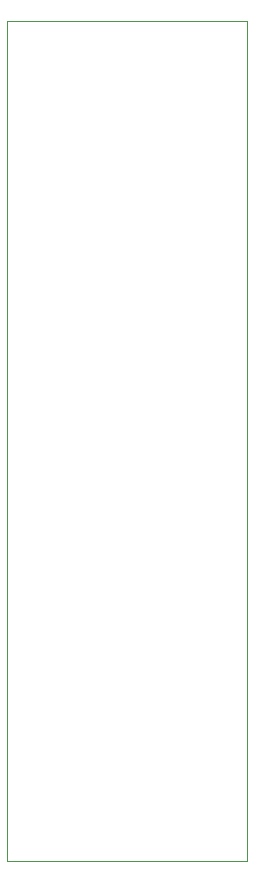
<source format=gbr>
%TF.GenerationSoftware,KiCad,Pcbnew,7.0.1*%
%TF.CreationDate,2024-01-08T20:06:19+01:00*%
%TF.ProjectId,pmod-floppy,706d6f64-2d66-46c6-9f70-70792e6b6963,rev?*%
%TF.SameCoordinates,Original*%
%TF.FileFunction,Profile,NP*%
%FSLAX46Y46*%
G04 Gerber Fmt 4.6, Leading zero omitted, Abs format (unit mm)*
G04 Created by KiCad (PCBNEW 7.0.1) date 2024-01-08 20:06:19*
%MOMM*%
%LPD*%
G01*
G04 APERTURE LIST*
%TA.AperFunction,Profile*%
%ADD10C,0.100000*%
%TD*%
G04 APERTURE END LIST*
D10*
X172720000Y-149860000D02*
X172720000Y-78740000D01*
X152400000Y-78740000D02*
X152400000Y-149860000D01*
X172720000Y-78740000D02*
X152400000Y-78740000D01*
X152400000Y-149860000D02*
X172720000Y-149860000D01*
M02*

</source>
